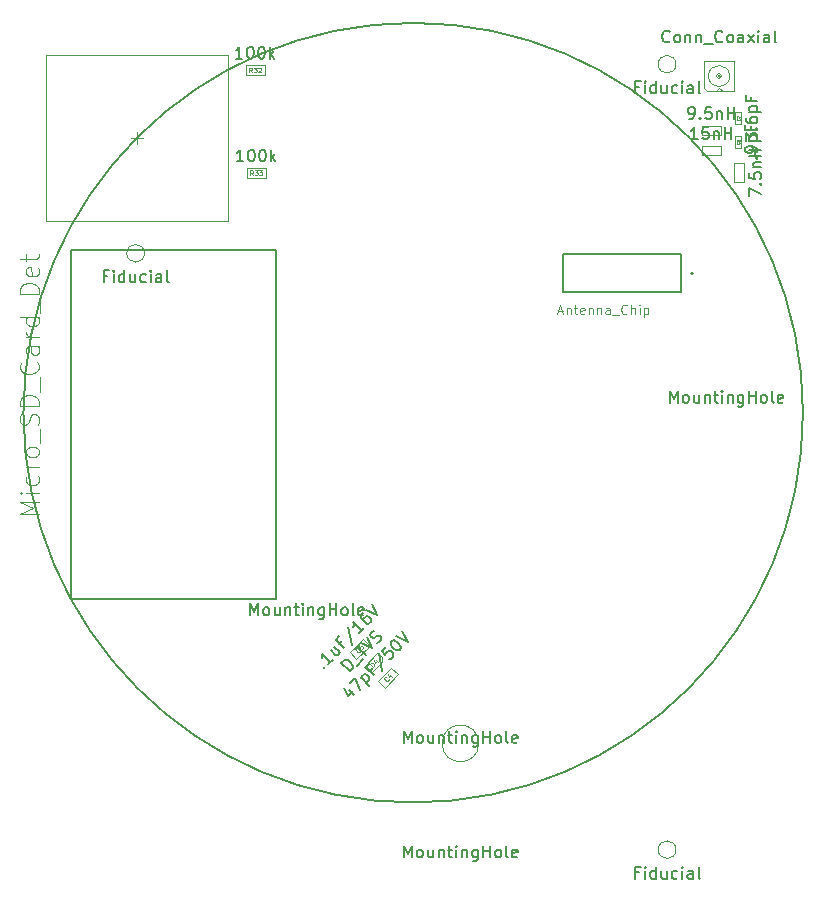
<source format=gbr>
G04 #@! TF.GenerationSoftware,KiCad,Pcbnew,6.0.0+dfsg1-2*
G04 #@! TF.CreationDate,2022-02-08T13:12:28-05:00*
G04 #@! TF.ProjectId,RUSP_Daughterboard,52555350-5f44-4617-9567-68746572626f,rev?*
G04 #@! TF.SameCoordinates,Original*
G04 #@! TF.FileFunction,AssemblyDrawing,Top*
%FSLAX46Y46*%
G04 Gerber Fmt 4.6, Leading zero omitted, Abs format (unit mm)*
G04 Created by KiCad (PCBNEW 6.0.0+dfsg1-2) date 2022-02-08 13:12:28*
%MOMM*%
%LPD*%
G01*
G04 APERTURE LIST*
%ADD10C,0.200000*%
%ADD11C,0.150000*%
%ADD12C,0.060000*%
%ADD13C,0.015000*%
%ADD14C,0.040000*%
%ADD15C,0.100000*%
%ADD16C,0.120000*%
%ADD17C,0.127000*%
G04 APERTURE END LIST*
D10*
X183000000Y-100000000D02*
G75*
G03*
X183000000Y-100000000I-33000000J0D01*
G01*
D11*
X135628571Y-78722380D02*
X135057142Y-78722380D01*
X135342857Y-78722380D02*
X135342857Y-77722380D01*
X135247619Y-77865238D01*
X135152380Y-77960476D01*
X135057142Y-78008095D01*
X136247619Y-77722380D02*
X136342857Y-77722380D01*
X136438095Y-77770000D01*
X136485714Y-77817619D01*
X136533333Y-77912857D01*
X136580952Y-78103333D01*
X136580952Y-78341428D01*
X136533333Y-78531904D01*
X136485714Y-78627142D01*
X136438095Y-78674761D01*
X136342857Y-78722380D01*
X136247619Y-78722380D01*
X136152380Y-78674761D01*
X136104761Y-78627142D01*
X136057142Y-78531904D01*
X136009523Y-78341428D01*
X136009523Y-78103333D01*
X136057142Y-77912857D01*
X136104761Y-77817619D01*
X136152380Y-77770000D01*
X136247619Y-77722380D01*
X137200000Y-77722380D02*
X137295238Y-77722380D01*
X137390476Y-77770000D01*
X137438095Y-77817619D01*
X137485714Y-77912857D01*
X137533333Y-78103333D01*
X137533333Y-78341428D01*
X137485714Y-78531904D01*
X137438095Y-78627142D01*
X137390476Y-78674761D01*
X137295238Y-78722380D01*
X137200000Y-78722380D01*
X137104761Y-78674761D01*
X137057142Y-78627142D01*
X137009523Y-78531904D01*
X136961904Y-78341428D01*
X136961904Y-78103333D01*
X137009523Y-77912857D01*
X137057142Y-77817619D01*
X137104761Y-77770000D01*
X137200000Y-77722380D01*
X137961904Y-78722380D02*
X137961904Y-77722380D01*
X138057142Y-78341428D02*
X138342857Y-78722380D01*
X138342857Y-78055714D02*
X137961904Y-78436666D01*
D12*
X136442857Y-79880952D02*
X136309523Y-79690476D01*
X136214285Y-79880952D02*
X136214285Y-79480952D01*
X136366666Y-79480952D01*
X136404761Y-79500000D01*
X136423809Y-79519047D01*
X136442857Y-79557142D01*
X136442857Y-79614285D01*
X136423809Y-79652380D01*
X136404761Y-79671428D01*
X136366666Y-79690476D01*
X136214285Y-79690476D01*
X136576190Y-79480952D02*
X136823809Y-79480952D01*
X136690476Y-79633333D01*
X136747619Y-79633333D01*
X136785714Y-79652380D01*
X136804761Y-79671428D01*
X136823809Y-79709523D01*
X136823809Y-79804761D01*
X136804761Y-79842857D01*
X136785714Y-79861904D01*
X136747619Y-79880952D01*
X136633333Y-79880952D01*
X136595238Y-79861904D01*
X136576190Y-79842857D01*
X136957142Y-79480952D02*
X137204761Y-79480952D01*
X137071428Y-79633333D01*
X137128571Y-79633333D01*
X137166666Y-79652380D01*
X137185714Y-79671428D01*
X137204761Y-79709523D01*
X137204761Y-79804761D01*
X137185714Y-79842857D01*
X137166666Y-79861904D01*
X137128571Y-79880952D01*
X137014285Y-79880952D01*
X136976190Y-79861904D01*
X136957142Y-79842857D01*
D11*
X135543571Y-70022380D02*
X134972142Y-70022380D01*
X135257857Y-70022380D02*
X135257857Y-69022380D01*
X135162619Y-69165238D01*
X135067380Y-69260476D01*
X134972142Y-69308095D01*
X136162619Y-69022380D02*
X136257857Y-69022380D01*
X136353095Y-69070000D01*
X136400714Y-69117619D01*
X136448333Y-69212857D01*
X136495952Y-69403333D01*
X136495952Y-69641428D01*
X136448333Y-69831904D01*
X136400714Y-69927142D01*
X136353095Y-69974761D01*
X136257857Y-70022380D01*
X136162619Y-70022380D01*
X136067380Y-69974761D01*
X136019761Y-69927142D01*
X135972142Y-69831904D01*
X135924523Y-69641428D01*
X135924523Y-69403333D01*
X135972142Y-69212857D01*
X136019761Y-69117619D01*
X136067380Y-69070000D01*
X136162619Y-69022380D01*
X137115000Y-69022380D02*
X137210238Y-69022380D01*
X137305476Y-69070000D01*
X137353095Y-69117619D01*
X137400714Y-69212857D01*
X137448333Y-69403333D01*
X137448333Y-69641428D01*
X137400714Y-69831904D01*
X137353095Y-69927142D01*
X137305476Y-69974761D01*
X137210238Y-70022380D01*
X137115000Y-70022380D01*
X137019761Y-69974761D01*
X136972142Y-69927142D01*
X136924523Y-69831904D01*
X136876904Y-69641428D01*
X136876904Y-69403333D01*
X136924523Y-69212857D01*
X136972142Y-69117619D01*
X137019761Y-69070000D01*
X137115000Y-69022380D01*
X137876904Y-70022380D02*
X137876904Y-69022380D01*
X137972142Y-69641428D02*
X138257857Y-70022380D01*
X138257857Y-69355714D02*
X137876904Y-69736666D01*
D12*
X136357857Y-71180952D02*
X136224523Y-70990476D01*
X136129285Y-71180952D02*
X136129285Y-70780952D01*
X136281666Y-70780952D01*
X136319761Y-70800000D01*
X136338809Y-70819047D01*
X136357857Y-70857142D01*
X136357857Y-70914285D01*
X136338809Y-70952380D01*
X136319761Y-70971428D01*
X136281666Y-70990476D01*
X136129285Y-70990476D01*
X136491190Y-70780952D02*
X136738809Y-70780952D01*
X136605476Y-70933333D01*
X136662619Y-70933333D01*
X136700714Y-70952380D01*
X136719761Y-70971428D01*
X136738809Y-71009523D01*
X136738809Y-71104761D01*
X136719761Y-71142857D01*
X136700714Y-71161904D01*
X136662619Y-71180952D01*
X136548333Y-71180952D01*
X136510238Y-71161904D01*
X136491190Y-71142857D01*
X136891190Y-70819047D02*
X136910238Y-70800000D01*
X136948333Y-70780952D01*
X137043571Y-70780952D01*
X137081666Y-70800000D01*
X137100714Y-70819047D01*
X137119761Y-70857142D01*
X137119761Y-70895238D01*
X137100714Y-70952380D01*
X136872142Y-71180952D01*
X137119761Y-71180952D01*
D11*
X144635012Y-121882424D02*
X143927905Y-121175317D01*
X144096264Y-121006959D01*
X144230951Y-120939615D01*
X144365638Y-120939615D01*
X144466653Y-120973287D01*
X144635012Y-121074302D01*
X144736027Y-121175317D01*
X144837043Y-121343676D01*
X144870714Y-121444691D01*
X144870714Y-121579378D01*
X144803371Y-121714065D01*
X144635012Y-121882424D01*
X145241104Y-121411020D02*
X145779852Y-120872272D01*
X145072745Y-120030478D02*
X145476806Y-119626417D01*
X145981882Y-120535554D02*
X145274775Y-119828447D01*
X145611493Y-119491730D02*
X146554302Y-119963134D01*
X146082898Y-119020325D01*
X146958363Y-119491730D02*
X147093050Y-119424386D01*
X147261409Y-119256027D01*
X147295081Y-119155012D01*
X147295081Y-119087669D01*
X147261409Y-118986653D01*
X147194065Y-118919310D01*
X147093050Y-118885638D01*
X147025707Y-118885638D01*
X146924691Y-118919310D01*
X146756333Y-119020325D01*
X146655317Y-119053997D01*
X146587974Y-119053997D01*
X146486959Y-119020325D01*
X146419615Y-118952982D01*
X146385943Y-118851966D01*
X146385943Y-118784623D01*
X146419615Y-118683608D01*
X146587974Y-118515249D01*
X146722661Y-118447905D01*
D12*
X146609187Y-121546717D02*
X146326345Y-121263874D01*
X146393688Y-121196531D01*
X146447563Y-121169593D01*
X146501438Y-121169593D01*
X146541844Y-121183062D01*
X146609187Y-121223468D01*
X146649593Y-121263874D01*
X146690000Y-121331218D01*
X146703468Y-121371624D01*
X146703468Y-121425499D01*
X146676531Y-121479374D01*
X146609187Y-121546717D01*
X146824687Y-120954094D02*
X147013248Y-121142656D01*
X146649593Y-120913688D02*
X146784280Y-121183062D01*
X146959374Y-121007969D01*
D11*
X142414860Y-121547890D02*
X142482203Y-121547890D01*
X142482203Y-121615233D01*
X142414860Y-121615233D01*
X142414860Y-121547890D01*
X142482203Y-121615233D01*
X143189310Y-120908126D02*
X142785249Y-121312187D01*
X142987279Y-121110157D02*
X142280173Y-120403050D01*
X142313844Y-120571409D01*
X142313844Y-120706096D01*
X142280173Y-120807111D01*
X143323997Y-119830630D02*
X143795401Y-120302035D01*
X143020951Y-120133676D02*
X143391340Y-120504065D01*
X143492356Y-120537737D01*
X143593371Y-120504065D01*
X143694386Y-120403050D01*
X143728058Y-120302035D01*
X143728058Y-120234691D01*
X143997432Y-119359226D02*
X143761730Y-119594928D01*
X144132119Y-119965317D02*
X143425012Y-119258211D01*
X143761730Y-118921493D01*
X144502508Y-118113371D02*
X144805554Y-119628600D01*
X145849378Y-118248058D02*
X145445317Y-118652119D01*
X145647348Y-118450088D02*
X144940241Y-117742982D01*
X144973913Y-117911340D01*
X144973913Y-118046027D01*
X144940241Y-118147043D01*
X145748363Y-116934860D02*
X145613676Y-117069547D01*
X145580004Y-117170562D01*
X145580004Y-117237905D01*
X145613676Y-117406264D01*
X145714691Y-117574623D01*
X145984065Y-117843997D01*
X146085081Y-117877669D01*
X146152424Y-117877669D01*
X146253439Y-117843997D01*
X146388126Y-117709310D01*
X146421798Y-117608295D01*
X146421798Y-117540951D01*
X146388126Y-117439936D01*
X146219768Y-117271577D01*
X146118752Y-117237905D01*
X146051409Y-117237905D01*
X145950394Y-117271577D01*
X145815707Y-117406264D01*
X145782035Y-117507279D01*
X145782035Y-117574623D01*
X145815707Y-117675638D01*
X146017737Y-116665486D02*
X146960546Y-117136890D01*
X146489142Y-116194081D01*
D12*
X145533874Y-120148155D02*
X145533874Y-120175093D01*
X145506937Y-120228967D01*
X145480000Y-120255905D01*
X145426125Y-120282842D01*
X145372250Y-120282842D01*
X145331844Y-120269374D01*
X145264500Y-120228967D01*
X145224094Y-120188561D01*
X145183688Y-120121218D01*
X145170219Y-120080812D01*
X145170219Y-120026937D01*
X145197157Y-119973062D01*
X145224094Y-119946125D01*
X145277969Y-119919187D01*
X145304906Y-119919187D01*
X145533874Y-119636345D02*
X145399187Y-119771032D01*
X145520406Y-119919187D01*
X145520406Y-119892250D01*
X145533874Y-119851844D01*
X145601218Y-119784500D01*
X145641624Y-119771032D01*
X145668561Y-119771032D01*
X145708967Y-119784500D01*
X145776311Y-119851844D01*
X145789780Y-119892250D01*
X145789780Y-119919187D01*
X145776311Y-119959593D01*
X145708967Y-120026937D01*
X145668561Y-120040406D01*
X145641624Y-120040406D01*
D11*
X144545486Y-123439142D02*
X145016890Y-123910546D01*
X144107753Y-123338126D02*
X144444470Y-124011561D01*
X144882203Y-123573829D01*
X144612829Y-122900394D02*
X145084234Y-122428989D01*
X145488295Y-123439142D01*
X145589310Y-122395317D02*
X146296417Y-123102424D01*
X145622982Y-122428989D02*
X145656653Y-122327974D01*
X145791340Y-122193287D01*
X145892356Y-122159615D01*
X145959699Y-122159615D01*
X146060714Y-122193287D01*
X146262745Y-122395317D01*
X146296417Y-122496333D01*
X146296417Y-122563676D01*
X146262745Y-122664691D01*
X146128058Y-122799378D01*
X146027043Y-122833050D01*
X146565791Y-121620867D02*
X146330088Y-121856569D01*
X146700478Y-122226959D02*
X145993371Y-121519852D01*
X146330088Y-121183134D01*
X147070867Y-120375012D02*
X147373913Y-121890241D01*
X147676959Y-119836264D02*
X147340241Y-120172982D01*
X147643287Y-120543371D01*
X147643287Y-120476027D01*
X147676959Y-120375012D01*
X147845317Y-120206653D01*
X147946333Y-120172982D01*
X148013676Y-120172982D01*
X148114691Y-120206653D01*
X148283050Y-120375012D01*
X148316722Y-120476027D01*
X148316722Y-120543371D01*
X148283050Y-120644386D01*
X148114691Y-120812745D01*
X148013676Y-120846417D01*
X147946333Y-120846417D01*
X148148363Y-119364860D02*
X148215707Y-119297516D01*
X148316722Y-119263844D01*
X148384065Y-119263844D01*
X148485081Y-119297516D01*
X148653439Y-119398531D01*
X148821798Y-119566890D01*
X148922813Y-119735249D01*
X148956485Y-119836264D01*
X148956485Y-119903608D01*
X148922813Y-120004623D01*
X148855470Y-120071966D01*
X148754455Y-120105638D01*
X148687111Y-120105638D01*
X148586096Y-120071966D01*
X148417737Y-119970951D01*
X148249378Y-119802592D01*
X148148363Y-119634234D01*
X148114691Y-119533218D01*
X148114691Y-119465875D01*
X148148363Y-119364860D01*
X148586096Y-118927127D02*
X149528905Y-119398531D01*
X149057500Y-118455722D01*
D12*
X147933874Y-122578155D02*
X147933874Y-122605093D01*
X147906937Y-122658967D01*
X147880000Y-122685905D01*
X147826125Y-122712842D01*
X147772250Y-122712842D01*
X147731844Y-122699374D01*
X147664500Y-122658967D01*
X147624094Y-122618561D01*
X147583688Y-122551218D01*
X147570219Y-122510812D01*
X147570219Y-122456937D01*
X147597157Y-122403062D01*
X147624094Y-122376125D01*
X147677969Y-122349187D01*
X147704906Y-122349187D01*
X148014687Y-122174094D02*
X148203248Y-122362656D01*
X147839593Y-122133688D02*
X147974280Y-122403062D01*
X148149374Y-122227969D01*
D11*
X136214285Y-117152380D02*
X136214285Y-116152380D01*
X136547619Y-116866666D01*
X136880952Y-116152380D01*
X136880952Y-117152380D01*
X137500000Y-117152380D02*
X137404761Y-117104761D01*
X137357142Y-117057142D01*
X137309523Y-116961904D01*
X137309523Y-116676190D01*
X137357142Y-116580952D01*
X137404761Y-116533333D01*
X137500000Y-116485714D01*
X137642857Y-116485714D01*
X137738095Y-116533333D01*
X137785714Y-116580952D01*
X137833333Y-116676190D01*
X137833333Y-116961904D01*
X137785714Y-117057142D01*
X137738095Y-117104761D01*
X137642857Y-117152380D01*
X137500000Y-117152380D01*
X138690476Y-116485714D02*
X138690476Y-117152380D01*
X138261904Y-116485714D02*
X138261904Y-117009523D01*
X138309523Y-117104761D01*
X138404761Y-117152380D01*
X138547619Y-117152380D01*
X138642857Y-117104761D01*
X138690476Y-117057142D01*
X139166666Y-116485714D02*
X139166666Y-117152380D01*
X139166666Y-116580952D02*
X139214285Y-116533333D01*
X139309523Y-116485714D01*
X139452380Y-116485714D01*
X139547619Y-116533333D01*
X139595238Y-116628571D01*
X139595238Y-117152380D01*
X139928571Y-116485714D02*
X140309523Y-116485714D01*
X140071428Y-116152380D02*
X140071428Y-117009523D01*
X140119047Y-117104761D01*
X140214285Y-117152380D01*
X140309523Y-117152380D01*
X140642857Y-117152380D02*
X140642857Y-116485714D01*
X140642857Y-116152380D02*
X140595238Y-116200000D01*
X140642857Y-116247619D01*
X140690476Y-116200000D01*
X140642857Y-116152380D01*
X140642857Y-116247619D01*
X141119047Y-116485714D02*
X141119047Y-117152380D01*
X141119047Y-116580952D02*
X141166666Y-116533333D01*
X141261904Y-116485714D01*
X141404761Y-116485714D01*
X141500000Y-116533333D01*
X141547619Y-116628571D01*
X141547619Y-117152380D01*
X142452380Y-116485714D02*
X142452380Y-117295238D01*
X142404761Y-117390476D01*
X142357142Y-117438095D01*
X142261904Y-117485714D01*
X142119047Y-117485714D01*
X142023809Y-117438095D01*
X142452380Y-117104761D02*
X142357142Y-117152380D01*
X142166666Y-117152380D01*
X142071428Y-117104761D01*
X142023809Y-117057142D01*
X141976190Y-116961904D01*
X141976190Y-116676190D01*
X142023809Y-116580952D01*
X142071428Y-116533333D01*
X142166666Y-116485714D01*
X142357142Y-116485714D01*
X142452380Y-116533333D01*
X142928571Y-117152380D02*
X142928571Y-116152380D01*
X142928571Y-116628571D02*
X143500000Y-116628571D01*
X143500000Y-117152380D02*
X143500000Y-116152380D01*
X144119047Y-117152380D02*
X144023809Y-117104761D01*
X143976190Y-117057142D01*
X143928571Y-116961904D01*
X143928571Y-116676190D01*
X143976190Y-116580952D01*
X144023809Y-116533333D01*
X144119047Y-116485714D01*
X144261904Y-116485714D01*
X144357142Y-116533333D01*
X144404761Y-116580952D01*
X144452380Y-116676190D01*
X144452380Y-116961904D01*
X144404761Y-117057142D01*
X144357142Y-117104761D01*
X144261904Y-117152380D01*
X144119047Y-117152380D01*
X145023809Y-117152380D02*
X144928571Y-117104761D01*
X144880952Y-117009523D01*
X144880952Y-116152380D01*
X145785714Y-117104761D02*
X145690476Y-117152380D01*
X145500000Y-117152380D01*
X145404761Y-117104761D01*
X145357142Y-117009523D01*
X145357142Y-116628571D01*
X145404761Y-116533333D01*
X145500000Y-116485714D01*
X145690476Y-116485714D01*
X145785714Y-116533333D01*
X145833333Y-116628571D01*
X145833333Y-116723809D01*
X145357142Y-116819047D01*
X169119047Y-72428571D02*
X168785714Y-72428571D01*
X168785714Y-72952380D02*
X168785714Y-71952380D01*
X169261904Y-71952380D01*
X169642857Y-72952380D02*
X169642857Y-72285714D01*
X169642857Y-71952380D02*
X169595238Y-72000000D01*
X169642857Y-72047619D01*
X169690476Y-72000000D01*
X169642857Y-71952380D01*
X169642857Y-72047619D01*
X170547619Y-72952380D02*
X170547619Y-71952380D01*
X170547619Y-72904761D02*
X170452380Y-72952380D01*
X170261904Y-72952380D01*
X170166666Y-72904761D01*
X170119047Y-72857142D01*
X170071428Y-72761904D01*
X170071428Y-72476190D01*
X170119047Y-72380952D01*
X170166666Y-72333333D01*
X170261904Y-72285714D01*
X170452380Y-72285714D01*
X170547619Y-72333333D01*
X171452380Y-72285714D02*
X171452380Y-72952380D01*
X171023809Y-72285714D02*
X171023809Y-72809523D01*
X171071428Y-72904761D01*
X171166666Y-72952380D01*
X171309523Y-72952380D01*
X171404761Y-72904761D01*
X171452380Y-72857142D01*
X172357142Y-72904761D02*
X172261904Y-72952380D01*
X172071428Y-72952380D01*
X171976190Y-72904761D01*
X171928571Y-72857142D01*
X171880952Y-72761904D01*
X171880952Y-72476190D01*
X171928571Y-72380952D01*
X171976190Y-72333333D01*
X172071428Y-72285714D01*
X172261904Y-72285714D01*
X172357142Y-72333333D01*
X172785714Y-72952380D02*
X172785714Y-72285714D01*
X172785714Y-71952380D02*
X172738095Y-72000000D01*
X172785714Y-72047619D01*
X172833333Y-72000000D01*
X172785714Y-71952380D01*
X172785714Y-72047619D01*
X173690476Y-72952380D02*
X173690476Y-72428571D01*
X173642857Y-72333333D01*
X173547619Y-72285714D01*
X173357142Y-72285714D01*
X173261904Y-72333333D01*
X173690476Y-72904761D02*
X173595238Y-72952380D01*
X173357142Y-72952380D01*
X173261904Y-72904761D01*
X173214285Y-72809523D01*
X173214285Y-72714285D01*
X173261904Y-72619047D01*
X173357142Y-72571428D01*
X173595238Y-72571428D01*
X173690476Y-72523809D01*
X174309523Y-72952380D02*
X174214285Y-72904761D01*
X174166666Y-72809523D01*
X174166666Y-71952380D01*
X124119047Y-88428571D02*
X123785714Y-88428571D01*
X123785714Y-88952380D02*
X123785714Y-87952380D01*
X124261904Y-87952380D01*
X124642857Y-88952380D02*
X124642857Y-88285714D01*
X124642857Y-87952380D02*
X124595238Y-88000000D01*
X124642857Y-88047619D01*
X124690476Y-88000000D01*
X124642857Y-87952380D01*
X124642857Y-88047619D01*
X125547619Y-88952380D02*
X125547619Y-87952380D01*
X125547619Y-88904761D02*
X125452380Y-88952380D01*
X125261904Y-88952380D01*
X125166666Y-88904761D01*
X125119047Y-88857142D01*
X125071428Y-88761904D01*
X125071428Y-88476190D01*
X125119047Y-88380952D01*
X125166666Y-88333333D01*
X125261904Y-88285714D01*
X125452380Y-88285714D01*
X125547619Y-88333333D01*
X126452380Y-88285714D02*
X126452380Y-88952380D01*
X126023809Y-88285714D02*
X126023809Y-88809523D01*
X126071428Y-88904761D01*
X126166666Y-88952380D01*
X126309523Y-88952380D01*
X126404761Y-88904761D01*
X126452380Y-88857142D01*
X127357142Y-88904761D02*
X127261904Y-88952380D01*
X127071428Y-88952380D01*
X126976190Y-88904761D01*
X126928571Y-88857142D01*
X126880952Y-88761904D01*
X126880952Y-88476190D01*
X126928571Y-88380952D01*
X126976190Y-88333333D01*
X127071428Y-88285714D01*
X127261904Y-88285714D01*
X127357142Y-88333333D01*
X127785714Y-88952380D02*
X127785714Y-88285714D01*
X127785714Y-87952380D02*
X127738095Y-88000000D01*
X127785714Y-88047619D01*
X127833333Y-88000000D01*
X127785714Y-87952380D01*
X127785714Y-88047619D01*
X128690476Y-88952380D02*
X128690476Y-88428571D01*
X128642857Y-88333333D01*
X128547619Y-88285714D01*
X128357142Y-88285714D01*
X128261904Y-88333333D01*
X128690476Y-88904761D02*
X128595238Y-88952380D01*
X128357142Y-88952380D01*
X128261904Y-88904761D01*
X128214285Y-88809523D01*
X128214285Y-88714285D01*
X128261904Y-88619047D01*
X128357142Y-88571428D01*
X128595238Y-88571428D01*
X128690476Y-88523809D01*
X129309523Y-88952380D02*
X129214285Y-88904761D01*
X129166666Y-88809523D01*
X129166666Y-87952380D01*
D13*
X118287414Y-108602474D02*
X116686949Y-108602474D01*
X117830139Y-108068986D01*
X116686949Y-107535497D01*
X118287414Y-107535497D01*
X118287414Y-106773371D02*
X117220438Y-106773371D01*
X116686949Y-106773371D02*
X116763162Y-106849584D01*
X116839375Y-106773371D01*
X116763162Y-106697159D01*
X116686949Y-106773371D01*
X116839375Y-106773371D01*
X118211202Y-105325331D02*
X118287414Y-105477757D01*
X118287414Y-105782607D01*
X118211202Y-105935032D01*
X118134989Y-106011245D01*
X117982564Y-106087458D01*
X117525288Y-106087458D01*
X117372863Y-106011245D01*
X117296650Y-105935032D01*
X117220438Y-105782607D01*
X117220438Y-105477757D01*
X117296650Y-105325331D01*
X118287414Y-104639418D02*
X117220438Y-104639418D01*
X117525288Y-104639418D02*
X117372863Y-104563205D01*
X117296650Y-104486993D01*
X117220438Y-104334567D01*
X117220438Y-104182142D01*
X118287414Y-103420016D02*
X118211202Y-103572441D01*
X118134989Y-103648654D01*
X117982564Y-103724866D01*
X117525288Y-103724866D01*
X117372863Y-103648654D01*
X117296650Y-103572441D01*
X117220438Y-103420016D01*
X117220438Y-103191378D01*
X117296650Y-103038953D01*
X117372863Y-102962740D01*
X117525288Y-102886528D01*
X117982564Y-102886528D01*
X118134989Y-102962740D01*
X118211202Y-103038953D01*
X118287414Y-103191378D01*
X118287414Y-103420016D01*
X118439840Y-102581677D02*
X118439840Y-101362275D01*
X118211202Y-101057425D02*
X118287414Y-100828787D01*
X118287414Y-100447724D01*
X118211202Y-100295299D01*
X118134989Y-100219086D01*
X117982564Y-100142873D01*
X117830139Y-100142873D01*
X117677713Y-100219086D01*
X117601501Y-100295299D01*
X117525288Y-100447724D01*
X117449076Y-100752574D01*
X117372863Y-100905000D01*
X117296650Y-100981212D01*
X117144225Y-101057425D01*
X116991800Y-101057425D01*
X116839375Y-100981212D01*
X116763162Y-100905000D01*
X116686949Y-100752574D01*
X116686949Y-100371511D01*
X116763162Y-100142873D01*
X118287414Y-99456960D02*
X116686949Y-99456960D01*
X116686949Y-99075897D01*
X116763162Y-98847259D01*
X116915587Y-98694834D01*
X117068012Y-98618621D01*
X117372863Y-98542408D01*
X117601501Y-98542408D01*
X117906351Y-98618621D01*
X118058777Y-98694834D01*
X118211202Y-98847259D01*
X118287414Y-99075897D01*
X118287414Y-99456960D01*
X118439840Y-98237558D02*
X118439840Y-97018156D01*
X118134989Y-95722541D02*
X118211202Y-95798754D01*
X118287414Y-96027392D01*
X118287414Y-96179817D01*
X118211202Y-96408455D01*
X118058777Y-96560880D01*
X117906351Y-96637093D01*
X117601501Y-96713305D01*
X117372863Y-96713305D01*
X117068012Y-96637093D01*
X116915587Y-96560880D01*
X116763162Y-96408455D01*
X116686949Y-96179817D01*
X116686949Y-96027392D01*
X116763162Y-95798754D01*
X116839375Y-95722541D01*
X118287414Y-94350714D02*
X117449076Y-94350714D01*
X117296650Y-94426927D01*
X117220438Y-94579352D01*
X117220438Y-94884203D01*
X117296650Y-95036628D01*
X118211202Y-94350714D02*
X118287414Y-94503140D01*
X118287414Y-94884203D01*
X118211202Y-95036628D01*
X118058777Y-95112840D01*
X117906351Y-95112840D01*
X117753926Y-95036628D01*
X117677713Y-94884203D01*
X117677713Y-94503140D01*
X117601501Y-94350714D01*
X118287414Y-93588588D02*
X117220438Y-93588588D01*
X117525288Y-93588588D02*
X117372863Y-93512375D01*
X117296650Y-93436163D01*
X117220438Y-93283738D01*
X117220438Y-93131312D01*
X118287414Y-91911910D02*
X116686949Y-91911910D01*
X118211202Y-91911910D02*
X118287414Y-92064336D01*
X118287414Y-92369186D01*
X118211202Y-92521611D01*
X118134989Y-92597824D01*
X117982564Y-92674037D01*
X117525288Y-92674037D01*
X117372863Y-92597824D01*
X117296650Y-92521611D01*
X117220438Y-92369186D01*
X117220438Y-92064336D01*
X117296650Y-91911910D01*
X118439840Y-91530847D02*
X118439840Y-90311445D01*
X118287414Y-89930382D02*
X116686949Y-89930382D01*
X116686949Y-89549319D01*
X116763162Y-89320681D01*
X116915587Y-89168256D01*
X117068012Y-89092044D01*
X117372863Y-89015831D01*
X117601501Y-89015831D01*
X117906351Y-89092044D01*
X118058777Y-89168256D01*
X118211202Y-89320681D01*
X118287414Y-89549319D01*
X118287414Y-89930382D01*
X118211202Y-87720216D02*
X118287414Y-87872642D01*
X118287414Y-88177492D01*
X118211202Y-88329917D01*
X118058777Y-88406130D01*
X117449076Y-88406130D01*
X117296650Y-88329917D01*
X117220438Y-88177492D01*
X117220438Y-87872642D01*
X117296650Y-87720216D01*
X117449076Y-87644004D01*
X117601501Y-87644004D01*
X117753926Y-88406130D01*
X117220438Y-87186728D02*
X117220438Y-86577027D01*
X116686949Y-86958090D02*
X118058777Y-86958090D01*
X118211202Y-86881878D01*
X118287414Y-86729452D01*
X118287414Y-86577027D01*
D11*
X171714285Y-99152380D02*
X171714285Y-98152380D01*
X172047619Y-98866666D01*
X172380952Y-98152380D01*
X172380952Y-99152380D01*
X173000000Y-99152380D02*
X172904761Y-99104761D01*
X172857142Y-99057142D01*
X172809523Y-98961904D01*
X172809523Y-98676190D01*
X172857142Y-98580952D01*
X172904761Y-98533333D01*
X173000000Y-98485714D01*
X173142857Y-98485714D01*
X173238095Y-98533333D01*
X173285714Y-98580952D01*
X173333333Y-98676190D01*
X173333333Y-98961904D01*
X173285714Y-99057142D01*
X173238095Y-99104761D01*
X173142857Y-99152380D01*
X173000000Y-99152380D01*
X174190476Y-98485714D02*
X174190476Y-99152380D01*
X173761904Y-98485714D02*
X173761904Y-99009523D01*
X173809523Y-99104761D01*
X173904761Y-99152380D01*
X174047619Y-99152380D01*
X174142857Y-99104761D01*
X174190476Y-99057142D01*
X174666666Y-98485714D02*
X174666666Y-99152380D01*
X174666666Y-98580952D02*
X174714285Y-98533333D01*
X174809523Y-98485714D01*
X174952380Y-98485714D01*
X175047619Y-98533333D01*
X175095238Y-98628571D01*
X175095238Y-99152380D01*
X175428571Y-98485714D02*
X175809523Y-98485714D01*
X175571428Y-98152380D02*
X175571428Y-99009523D01*
X175619047Y-99104761D01*
X175714285Y-99152380D01*
X175809523Y-99152380D01*
X176142857Y-99152380D02*
X176142857Y-98485714D01*
X176142857Y-98152380D02*
X176095238Y-98200000D01*
X176142857Y-98247619D01*
X176190476Y-98200000D01*
X176142857Y-98152380D01*
X176142857Y-98247619D01*
X176619047Y-98485714D02*
X176619047Y-99152380D01*
X176619047Y-98580952D02*
X176666666Y-98533333D01*
X176761904Y-98485714D01*
X176904761Y-98485714D01*
X177000000Y-98533333D01*
X177047619Y-98628571D01*
X177047619Y-99152380D01*
X177952380Y-98485714D02*
X177952380Y-99295238D01*
X177904761Y-99390476D01*
X177857142Y-99438095D01*
X177761904Y-99485714D01*
X177619047Y-99485714D01*
X177523809Y-99438095D01*
X177952380Y-99104761D02*
X177857142Y-99152380D01*
X177666666Y-99152380D01*
X177571428Y-99104761D01*
X177523809Y-99057142D01*
X177476190Y-98961904D01*
X177476190Y-98676190D01*
X177523809Y-98580952D01*
X177571428Y-98533333D01*
X177666666Y-98485714D01*
X177857142Y-98485714D01*
X177952380Y-98533333D01*
X178428571Y-99152380D02*
X178428571Y-98152380D01*
X178428571Y-98628571D02*
X179000000Y-98628571D01*
X179000000Y-99152380D02*
X179000000Y-98152380D01*
X179619047Y-99152380D02*
X179523809Y-99104761D01*
X179476190Y-99057142D01*
X179428571Y-98961904D01*
X179428571Y-98676190D01*
X179476190Y-98580952D01*
X179523809Y-98533333D01*
X179619047Y-98485714D01*
X179761904Y-98485714D01*
X179857142Y-98533333D01*
X179904761Y-98580952D01*
X179952380Y-98676190D01*
X179952380Y-98961904D01*
X179904761Y-99057142D01*
X179857142Y-99104761D01*
X179761904Y-99152380D01*
X179619047Y-99152380D01*
X180523809Y-99152380D02*
X180428571Y-99104761D01*
X180380952Y-99009523D01*
X180380952Y-98152380D01*
X181285714Y-99104761D02*
X181190476Y-99152380D01*
X181000000Y-99152380D01*
X180904761Y-99104761D01*
X180857142Y-99009523D01*
X180857142Y-98628571D01*
X180904761Y-98533333D01*
X181000000Y-98485714D01*
X181190476Y-98485714D01*
X181285714Y-98533333D01*
X181333333Y-98628571D01*
X181333333Y-98723809D01*
X180857142Y-98819047D01*
X149214285Y-127952380D02*
X149214285Y-126952380D01*
X149547619Y-127666666D01*
X149880952Y-126952380D01*
X149880952Y-127952380D01*
X150500000Y-127952380D02*
X150404761Y-127904761D01*
X150357142Y-127857142D01*
X150309523Y-127761904D01*
X150309523Y-127476190D01*
X150357142Y-127380952D01*
X150404761Y-127333333D01*
X150500000Y-127285714D01*
X150642857Y-127285714D01*
X150738095Y-127333333D01*
X150785714Y-127380952D01*
X150833333Y-127476190D01*
X150833333Y-127761904D01*
X150785714Y-127857142D01*
X150738095Y-127904761D01*
X150642857Y-127952380D01*
X150500000Y-127952380D01*
X151690476Y-127285714D02*
X151690476Y-127952380D01*
X151261904Y-127285714D02*
X151261904Y-127809523D01*
X151309523Y-127904761D01*
X151404761Y-127952380D01*
X151547619Y-127952380D01*
X151642857Y-127904761D01*
X151690476Y-127857142D01*
X152166666Y-127285714D02*
X152166666Y-127952380D01*
X152166666Y-127380952D02*
X152214285Y-127333333D01*
X152309523Y-127285714D01*
X152452380Y-127285714D01*
X152547619Y-127333333D01*
X152595238Y-127428571D01*
X152595238Y-127952380D01*
X152928571Y-127285714D02*
X153309523Y-127285714D01*
X153071428Y-126952380D02*
X153071428Y-127809523D01*
X153119047Y-127904761D01*
X153214285Y-127952380D01*
X153309523Y-127952380D01*
X153642857Y-127952380D02*
X153642857Y-127285714D01*
X153642857Y-126952380D02*
X153595238Y-127000000D01*
X153642857Y-127047619D01*
X153690476Y-127000000D01*
X153642857Y-126952380D01*
X153642857Y-127047619D01*
X154119047Y-127285714D02*
X154119047Y-127952380D01*
X154119047Y-127380952D02*
X154166666Y-127333333D01*
X154261904Y-127285714D01*
X154404761Y-127285714D01*
X154500000Y-127333333D01*
X154547619Y-127428571D01*
X154547619Y-127952380D01*
X155452380Y-127285714D02*
X155452380Y-128095238D01*
X155404761Y-128190476D01*
X155357142Y-128238095D01*
X155261904Y-128285714D01*
X155119047Y-128285714D01*
X155023809Y-128238095D01*
X155452380Y-127904761D02*
X155357142Y-127952380D01*
X155166666Y-127952380D01*
X155071428Y-127904761D01*
X155023809Y-127857142D01*
X154976190Y-127761904D01*
X154976190Y-127476190D01*
X155023809Y-127380952D01*
X155071428Y-127333333D01*
X155166666Y-127285714D01*
X155357142Y-127285714D01*
X155452380Y-127333333D01*
X155928571Y-127952380D02*
X155928571Y-126952380D01*
X155928571Y-127428571D02*
X156500000Y-127428571D01*
X156500000Y-127952380D02*
X156500000Y-126952380D01*
X157119047Y-127952380D02*
X157023809Y-127904761D01*
X156976190Y-127857142D01*
X156928571Y-127761904D01*
X156928571Y-127476190D01*
X156976190Y-127380952D01*
X157023809Y-127333333D01*
X157119047Y-127285714D01*
X157261904Y-127285714D01*
X157357142Y-127333333D01*
X157404761Y-127380952D01*
X157452380Y-127476190D01*
X157452380Y-127761904D01*
X157404761Y-127857142D01*
X157357142Y-127904761D01*
X157261904Y-127952380D01*
X157119047Y-127952380D01*
X158023809Y-127952380D02*
X157928571Y-127904761D01*
X157880952Y-127809523D01*
X157880952Y-126952380D01*
X158785714Y-127904761D02*
X158690476Y-127952380D01*
X158500000Y-127952380D01*
X158404761Y-127904761D01*
X158357142Y-127809523D01*
X158357142Y-127428571D01*
X158404761Y-127333333D01*
X158500000Y-127285714D01*
X158690476Y-127285714D01*
X158785714Y-127333333D01*
X158833333Y-127428571D01*
X158833333Y-127523809D01*
X158357142Y-127619047D01*
X149214285Y-137652380D02*
X149214285Y-136652380D01*
X149547619Y-137366666D01*
X149880952Y-136652380D01*
X149880952Y-137652380D01*
X150500000Y-137652380D02*
X150404761Y-137604761D01*
X150357142Y-137557142D01*
X150309523Y-137461904D01*
X150309523Y-137176190D01*
X150357142Y-137080952D01*
X150404761Y-137033333D01*
X150500000Y-136985714D01*
X150642857Y-136985714D01*
X150738095Y-137033333D01*
X150785714Y-137080952D01*
X150833333Y-137176190D01*
X150833333Y-137461904D01*
X150785714Y-137557142D01*
X150738095Y-137604761D01*
X150642857Y-137652380D01*
X150500000Y-137652380D01*
X151690476Y-136985714D02*
X151690476Y-137652380D01*
X151261904Y-136985714D02*
X151261904Y-137509523D01*
X151309523Y-137604761D01*
X151404761Y-137652380D01*
X151547619Y-137652380D01*
X151642857Y-137604761D01*
X151690476Y-137557142D01*
X152166666Y-136985714D02*
X152166666Y-137652380D01*
X152166666Y-137080952D02*
X152214285Y-137033333D01*
X152309523Y-136985714D01*
X152452380Y-136985714D01*
X152547619Y-137033333D01*
X152595238Y-137128571D01*
X152595238Y-137652380D01*
X152928571Y-136985714D02*
X153309523Y-136985714D01*
X153071428Y-136652380D02*
X153071428Y-137509523D01*
X153119047Y-137604761D01*
X153214285Y-137652380D01*
X153309523Y-137652380D01*
X153642857Y-137652380D02*
X153642857Y-136985714D01*
X153642857Y-136652380D02*
X153595238Y-136700000D01*
X153642857Y-136747619D01*
X153690476Y-136700000D01*
X153642857Y-136652380D01*
X153642857Y-136747619D01*
X154119047Y-136985714D02*
X154119047Y-137652380D01*
X154119047Y-137080952D02*
X154166666Y-137033333D01*
X154261904Y-136985714D01*
X154404761Y-136985714D01*
X154500000Y-137033333D01*
X154547619Y-137128571D01*
X154547619Y-137652380D01*
X155452380Y-136985714D02*
X155452380Y-137795238D01*
X155404761Y-137890476D01*
X155357142Y-137938095D01*
X155261904Y-137985714D01*
X155119047Y-137985714D01*
X155023809Y-137938095D01*
X155452380Y-137604761D02*
X155357142Y-137652380D01*
X155166666Y-137652380D01*
X155071428Y-137604761D01*
X155023809Y-137557142D01*
X154976190Y-137461904D01*
X154976190Y-137176190D01*
X155023809Y-137080952D01*
X155071428Y-137033333D01*
X155166666Y-136985714D01*
X155357142Y-136985714D01*
X155452380Y-137033333D01*
X155928571Y-137652380D02*
X155928571Y-136652380D01*
X155928571Y-137128571D02*
X156500000Y-137128571D01*
X156500000Y-137652380D02*
X156500000Y-136652380D01*
X157119047Y-137652380D02*
X157023809Y-137604761D01*
X156976190Y-137557142D01*
X156928571Y-137461904D01*
X156928571Y-137176190D01*
X156976190Y-137080952D01*
X157023809Y-137033333D01*
X157119047Y-136985714D01*
X157261904Y-136985714D01*
X157357142Y-137033333D01*
X157404761Y-137080952D01*
X157452380Y-137176190D01*
X157452380Y-137461904D01*
X157404761Y-137557142D01*
X157357142Y-137604761D01*
X157261904Y-137652380D01*
X157119047Y-137652380D01*
X158023809Y-137652380D02*
X157928571Y-137604761D01*
X157880952Y-137509523D01*
X157880952Y-136652380D01*
X158785714Y-137604761D02*
X158690476Y-137652380D01*
X158500000Y-137652380D01*
X158404761Y-137604761D01*
X158357142Y-137509523D01*
X158357142Y-137128571D01*
X158404761Y-137033333D01*
X158500000Y-136985714D01*
X158690476Y-136985714D01*
X158785714Y-137033333D01*
X158833333Y-137128571D01*
X158833333Y-137223809D01*
X158357142Y-137319047D01*
X169119047Y-138928571D02*
X168785714Y-138928571D01*
X168785714Y-139452380D02*
X168785714Y-138452380D01*
X169261904Y-138452380D01*
X169642857Y-139452380D02*
X169642857Y-138785714D01*
X169642857Y-138452380D02*
X169595238Y-138500000D01*
X169642857Y-138547619D01*
X169690476Y-138500000D01*
X169642857Y-138452380D01*
X169642857Y-138547619D01*
X170547619Y-139452380D02*
X170547619Y-138452380D01*
X170547619Y-139404761D02*
X170452380Y-139452380D01*
X170261904Y-139452380D01*
X170166666Y-139404761D01*
X170119047Y-139357142D01*
X170071428Y-139261904D01*
X170071428Y-138976190D01*
X170119047Y-138880952D01*
X170166666Y-138833333D01*
X170261904Y-138785714D01*
X170452380Y-138785714D01*
X170547619Y-138833333D01*
X171452380Y-138785714D02*
X171452380Y-139452380D01*
X171023809Y-138785714D02*
X171023809Y-139309523D01*
X171071428Y-139404761D01*
X171166666Y-139452380D01*
X171309523Y-139452380D01*
X171404761Y-139404761D01*
X171452380Y-139357142D01*
X172357142Y-139404761D02*
X172261904Y-139452380D01*
X172071428Y-139452380D01*
X171976190Y-139404761D01*
X171928571Y-139357142D01*
X171880952Y-139261904D01*
X171880952Y-138976190D01*
X171928571Y-138880952D01*
X171976190Y-138833333D01*
X172071428Y-138785714D01*
X172261904Y-138785714D01*
X172357142Y-138833333D01*
X172785714Y-139452380D02*
X172785714Y-138785714D01*
X172785714Y-138452380D02*
X172738095Y-138500000D01*
X172785714Y-138547619D01*
X172833333Y-138500000D01*
X172785714Y-138452380D01*
X172785714Y-138547619D01*
X173690476Y-139452380D02*
X173690476Y-138928571D01*
X173642857Y-138833333D01*
X173547619Y-138785714D01*
X173357142Y-138785714D01*
X173261904Y-138833333D01*
X173690476Y-139404761D02*
X173595238Y-139452380D01*
X173357142Y-139452380D01*
X173261904Y-139404761D01*
X173214285Y-139309523D01*
X173214285Y-139214285D01*
X173261904Y-139119047D01*
X173357142Y-139071428D01*
X173595238Y-139071428D01*
X173690476Y-139023809D01*
X174309523Y-139452380D02*
X174214285Y-139404761D01*
X174166666Y-139309523D01*
X174166666Y-138452380D01*
X178142380Y-76978571D02*
X178142380Y-76359523D01*
X178523333Y-76692857D01*
X178523333Y-76550000D01*
X178570952Y-76454761D01*
X178618571Y-76407142D01*
X178713809Y-76359523D01*
X178951904Y-76359523D01*
X179047142Y-76407142D01*
X179094761Y-76454761D01*
X179142380Y-76550000D01*
X179142380Y-76835714D01*
X179094761Y-76930952D01*
X179047142Y-76978571D01*
X179047142Y-75930952D02*
X179094761Y-75883333D01*
X179142380Y-75930952D01*
X179094761Y-75978571D01*
X179047142Y-75930952D01*
X179142380Y-75930952D01*
X178142380Y-75026190D02*
X178142380Y-75216666D01*
X178190000Y-75311904D01*
X178237619Y-75359523D01*
X178380476Y-75454761D01*
X178570952Y-75502380D01*
X178951904Y-75502380D01*
X179047142Y-75454761D01*
X179094761Y-75407142D01*
X179142380Y-75311904D01*
X179142380Y-75121428D01*
X179094761Y-75026190D01*
X179047142Y-74978571D01*
X178951904Y-74930952D01*
X178713809Y-74930952D01*
X178618571Y-74978571D01*
X178570952Y-75026190D01*
X178523333Y-75121428D01*
X178523333Y-75311904D01*
X178570952Y-75407142D01*
X178618571Y-75454761D01*
X178713809Y-75502380D01*
X178475714Y-74502380D02*
X179475714Y-74502380D01*
X178523333Y-74502380D02*
X178475714Y-74407142D01*
X178475714Y-74216666D01*
X178523333Y-74121428D01*
X178570952Y-74073809D01*
X178666190Y-74026190D01*
X178951904Y-74026190D01*
X179047142Y-74073809D01*
X179094761Y-74121428D01*
X179142380Y-74216666D01*
X179142380Y-74407142D01*
X179094761Y-74502380D01*
X178618571Y-73264285D02*
X178618571Y-73597619D01*
X179142380Y-73597619D02*
X178142380Y-73597619D01*
X178142380Y-73121428D01*
D14*
X177619285Y-75091666D02*
X177631190Y-75103571D01*
X177643095Y-75139285D01*
X177643095Y-75163095D01*
X177631190Y-75198809D01*
X177607380Y-75222619D01*
X177583571Y-75234523D01*
X177535952Y-75246428D01*
X177500238Y-75246428D01*
X177452619Y-75234523D01*
X177428809Y-75222619D01*
X177405000Y-75198809D01*
X177393095Y-75163095D01*
X177393095Y-75139285D01*
X177405000Y-75103571D01*
X177416904Y-75091666D01*
X177393095Y-75008333D02*
X177393095Y-74841666D01*
X177643095Y-74948809D01*
D11*
X173379047Y-75122380D02*
X173569523Y-75122380D01*
X173664761Y-75074761D01*
X173712380Y-75027142D01*
X173807619Y-74884285D01*
X173855238Y-74693809D01*
X173855238Y-74312857D01*
X173807619Y-74217619D01*
X173760000Y-74170000D01*
X173664761Y-74122380D01*
X173474285Y-74122380D01*
X173379047Y-74170000D01*
X173331428Y-74217619D01*
X173283809Y-74312857D01*
X173283809Y-74550952D01*
X173331428Y-74646190D01*
X173379047Y-74693809D01*
X173474285Y-74741428D01*
X173664761Y-74741428D01*
X173760000Y-74693809D01*
X173807619Y-74646190D01*
X173855238Y-74550952D01*
X174283809Y-75027142D02*
X174331428Y-75074761D01*
X174283809Y-75122380D01*
X174236190Y-75074761D01*
X174283809Y-75027142D01*
X174283809Y-75122380D01*
X175236190Y-74122380D02*
X174760000Y-74122380D01*
X174712380Y-74598571D01*
X174760000Y-74550952D01*
X174855238Y-74503333D01*
X175093333Y-74503333D01*
X175188571Y-74550952D01*
X175236190Y-74598571D01*
X175283809Y-74693809D01*
X175283809Y-74931904D01*
X175236190Y-75027142D01*
X175188571Y-75074761D01*
X175093333Y-75122380D01*
X174855238Y-75122380D01*
X174760000Y-75074761D01*
X174712380Y-75027142D01*
X175712380Y-74455714D02*
X175712380Y-75122380D01*
X175712380Y-74550952D02*
X175760000Y-74503333D01*
X175855238Y-74455714D01*
X175998095Y-74455714D01*
X176093333Y-74503333D01*
X176140952Y-74598571D01*
X176140952Y-75122380D01*
X176617142Y-75122380D02*
X176617142Y-74122380D01*
X176617142Y-74598571D02*
X177188571Y-74598571D01*
X177188571Y-75122380D02*
X177188571Y-74122380D01*
X179037142Y-78432142D02*
X179084761Y-78384523D01*
X179132380Y-78432142D01*
X179084761Y-78479761D01*
X179037142Y-78432142D01*
X179132380Y-78432142D01*
X179132380Y-77908333D02*
X179132380Y-77717857D01*
X179084761Y-77622619D01*
X179037142Y-77575000D01*
X178894285Y-77479761D01*
X178703809Y-77432142D01*
X178322857Y-77432142D01*
X178227619Y-77479761D01*
X178180000Y-77527380D01*
X178132380Y-77622619D01*
X178132380Y-77813095D01*
X178180000Y-77908333D01*
X178227619Y-77955952D01*
X178322857Y-78003571D01*
X178560952Y-78003571D01*
X178656190Y-77955952D01*
X178703809Y-77908333D01*
X178751428Y-77813095D01*
X178751428Y-77622619D01*
X178703809Y-77527380D01*
X178656190Y-77479761D01*
X178560952Y-77432142D01*
X178465714Y-77003571D02*
X179465714Y-77003571D01*
X178513333Y-77003571D02*
X178465714Y-76908333D01*
X178465714Y-76717857D01*
X178513333Y-76622619D01*
X178560952Y-76575000D01*
X178656190Y-76527380D01*
X178941904Y-76527380D01*
X179037142Y-76575000D01*
X179084761Y-76622619D01*
X179132380Y-76717857D01*
X179132380Y-76908333D01*
X179084761Y-77003571D01*
X178608571Y-75765476D02*
X178608571Y-76098809D01*
X179132380Y-76098809D02*
X178132380Y-76098809D01*
X178132380Y-75622619D01*
D14*
X177609285Y-77116666D02*
X177621190Y-77128571D01*
X177633095Y-77164285D01*
X177633095Y-77188095D01*
X177621190Y-77223809D01*
X177597380Y-77247619D01*
X177573571Y-77259523D01*
X177525952Y-77271428D01*
X177490238Y-77271428D01*
X177442619Y-77259523D01*
X177418809Y-77247619D01*
X177395000Y-77223809D01*
X177383095Y-77188095D01*
X177383095Y-77164285D01*
X177395000Y-77128571D01*
X177406904Y-77116666D01*
X177383095Y-76902380D02*
X177383095Y-76950000D01*
X177395000Y-76973809D01*
X177406904Y-76985714D01*
X177442619Y-77009523D01*
X177490238Y-77021428D01*
X177585476Y-77021428D01*
X177609285Y-77009523D01*
X177621190Y-76997619D01*
X177633095Y-76973809D01*
X177633095Y-76926190D01*
X177621190Y-76902380D01*
X177609285Y-76890476D01*
X177585476Y-76878571D01*
X177525952Y-76878571D01*
X177502142Y-76890476D01*
X177490238Y-76902380D01*
X177478333Y-76926190D01*
X177478333Y-76973809D01*
X177490238Y-76997619D01*
X177502142Y-77009523D01*
X177525952Y-77021428D01*
D11*
X178462380Y-81683809D02*
X178462380Y-81017142D01*
X179462380Y-81445714D01*
X179367142Y-80636190D02*
X179414761Y-80588571D01*
X179462380Y-80636190D01*
X179414761Y-80683809D01*
X179367142Y-80636190D01*
X179462380Y-80636190D01*
X178462380Y-79683809D02*
X178462380Y-80160000D01*
X178938571Y-80207619D01*
X178890952Y-80160000D01*
X178843333Y-80064761D01*
X178843333Y-79826666D01*
X178890952Y-79731428D01*
X178938571Y-79683809D01*
X179033809Y-79636190D01*
X179271904Y-79636190D01*
X179367142Y-79683809D01*
X179414761Y-79731428D01*
X179462380Y-79826666D01*
X179462380Y-80064761D01*
X179414761Y-80160000D01*
X179367142Y-80207619D01*
X178795714Y-79207619D02*
X179462380Y-79207619D01*
X178890952Y-79207619D02*
X178843333Y-79160000D01*
X178795714Y-79064761D01*
X178795714Y-78921904D01*
X178843333Y-78826666D01*
X178938571Y-78779047D01*
X179462380Y-78779047D01*
X179462380Y-78302857D02*
X178462380Y-78302857D01*
X178938571Y-78302857D02*
X178938571Y-77731428D01*
X179462380Y-77731428D02*
X178462380Y-77731428D01*
X174083333Y-76822380D02*
X173511904Y-76822380D01*
X173797619Y-76822380D02*
X173797619Y-75822380D01*
X173702380Y-75965238D01*
X173607142Y-76060476D01*
X173511904Y-76108095D01*
X174988095Y-75822380D02*
X174511904Y-75822380D01*
X174464285Y-76298571D01*
X174511904Y-76250952D01*
X174607142Y-76203333D01*
X174845238Y-76203333D01*
X174940476Y-76250952D01*
X174988095Y-76298571D01*
X175035714Y-76393809D01*
X175035714Y-76631904D01*
X174988095Y-76727142D01*
X174940476Y-76774761D01*
X174845238Y-76822380D01*
X174607142Y-76822380D01*
X174511904Y-76774761D01*
X174464285Y-76727142D01*
X175464285Y-76155714D02*
X175464285Y-76822380D01*
X175464285Y-76250952D02*
X175511904Y-76203333D01*
X175607142Y-76155714D01*
X175750000Y-76155714D01*
X175845238Y-76203333D01*
X175892857Y-76298571D01*
X175892857Y-76822380D01*
X176369047Y-76822380D02*
X176369047Y-75822380D01*
X176369047Y-76298571D02*
X176940476Y-76298571D01*
X176940476Y-76822380D02*
X176940476Y-75822380D01*
X171709523Y-68555142D02*
X171661904Y-68602761D01*
X171519047Y-68650380D01*
X171423809Y-68650380D01*
X171280952Y-68602761D01*
X171185714Y-68507523D01*
X171138095Y-68412285D01*
X171090476Y-68221809D01*
X171090476Y-68078952D01*
X171138095Y-67888476D01*
X171185714Y-67793238D01*
X171280952Y-67698000D01*
X171423809Y-67650380D01*
X171519047Y-67650380D01*
X171661904Y-67698000D01*
X171709523Y-67745619D01*
X172280952Y-68650380D02*
X172185714Y-68602761D01*
X172138095Y-68555142D01*
X172090476Y-68459904D01*
X172090476Y-68174190D01*
X172138095Y-68078952D01*
X172185714Y-68031333D01*
X172280952Y-67983714D01*
X172423809Y-67983714D01*
X172519047Y-68031333D01*
X172566666Y-68078952D01*
X172614285Y-68174190D01*
X172614285Y-68459904D01*
X172566666Y-68555142D01*
X172519047Y-68602761D01*
X172423809Y-68650380D01*
X172280952Y-68650380D01*
X173042857Y-67983714D02*
X173042857Y-68650380D01*
X173042857Y-68078952D02*
X173090476Y-68031333D01*
X173185714Y-67983714D01*
X173328571Y-67983714D01*
X173423809Y-68031333D01*
X173471428Y-68126571D01*
X173471428Y-68650380D01*
X173947619Y-67983714D02*
X173947619Y-68650380D01*
X173947619Y-68078952D02*
X173995238Y-68031333D01*
X174090476Y-67983714D01*
X174233333Y-67983714D01*
X174328571Y-68031333D01*
X174376190Y-68126571D01*
X174376190Y-68650380D01*
X174614285Y-68745619D02*
X175376190Y-68745619D01*
X176185714Y-68555142D02*
X176138095Y-68602761D01*
X175995238Y-68650380D01*
X175900000Y-68650380D01*
X175757142Y-68602761D01*
X175661904Y-68507523D01*
X175614285Y-68412285D01*
X175566666Y-68221809D01*
X175566666Y-68078952D01*
X175614285Y-67888476D01*
X175661904Y-67793238D01*
X175757142Y-67698000D01*
X175900000Y-67650380D01*
X175995238Y-67650380D01*
X176138095Y-67698000D01*
X176185714Y-67745619D01*
X176757142Y-68650380D02*
X176661904Y-68602761D01*
X176614285Y-68555142D01*
X176566666Y-68459904D01*
X176566666Y-68174190D01*
X176614285Y-68078952D01*
X176661904Y-68031333D01*
X176757142Y-67983714D01*
X176900000Y-67983714D01*
X176995238Y-68031333D01*
X177042857Y-68078952D01*
X177090476Y-68174190D01*
X177090476Y-68459904D01*
X177042857Y-68555142D01*
X176995238Y-68602761D01*
X176900000Y-68650380D01*
X176757142Y-68650380D01*
X177947619Y-68650380D02*
X177947619Y-68126571D01*
X177900000Y-68031333D01*
X177804761Y-67983714D01*
X177614285Y-67983714D01*
X177519047Y-68031333D01*
X177947619Y-68602761D02*
X177852380Y-68650380D01*
X177614285Y-68650380D01*
X177519047Y-68602761D01*
X177471428Y-68507523D01*
X177471428Y-68412285D01*
X177519047Y-68317047D01*
X177614285Y-68269428D01*
X177852380Y-68269428D01*
X177947619Y-68221809D01*
X178328571Y-68650380D02*
X178852380Y-67983714D01*
X178328571Y-67983714D02*
X178852380Y-68650380D01*
X179233333Y-68650380D02*
X179233333Y-67983714D01*
X179233333Y-67650380D02*
X179185714Y-67698000D01*
X179233333Y-67745619D01*
X179280952Y-67698000D01*
X179233333Y-67650380D01*
X179233333Y-67745619D01*
X180138095Y-68650380D02*
X180138095Y-68126571D01*
X180090476Y-68031333D01*
X179995238Y-67983714D01*
X179804761Y-67983714D01*
X179709523Y-68031333D01*
X180138095Y-68602761D02*
X180042857Y-68650380D01*
X179804761Y-68650380D01*
X179709523Y-68602761D01*
X179661904Y-68507523D01*
X179661904Y-68412285D01*
X179709523Y-68317047D01*
X179804761Y-68269428D01*
X180042857Y-68269428D01*
X180138095Y-68221809D01*
X180757142Y-68650380D02*
X180661904Y-68602761D01*
X180614285Y-68507523D01*
X180614285Y-67650380D01*
D13*
X162267428Y-91413333D02*
X162648380Y-91413333D01*
X162191238Y-91641904D02*
X162457904Y-90841904D01*
X162724571Y-91641904D01*
X162991238Y-91108571D02*
X162991238Y-91641904D01*
X162991238Y-91184761D02*
X163029333Y-91146666D01*
X163105523Y-91108571D01*
X163219809Y-91108571D01*
X163296000Y-91146666D01*
X163334095Y-91222857D01*
X163334095Y-91641904D01*
X163600761Y-91108571D02*
X163905523Y-91108571D01*
X163715047Y-90841904D02*
X163715047Y-91527619D01*
X163753142Y-91603809D01*
X163829333Y-91641904D01*
X163905523Y-91641904D01*
X164476952Y-91603809D02*
X164400761Y-91641904D01*
X164248380Y-91641904D01*
X164172190Y-91603809D01*
X164134095Y-91527619D01*
X164134095Y-91222857D01*
X164172190Y-91146666D01*
X164248380Y-91108571D01*
X164400761Y-91108571D01*
X164476952Y-91146666D01*
X164515047Y-91222857D01*
X164515047Y-91299047D01*
X164134095Y-91375238D01*
X164857904Y-91108571D02*
X164857904Y-91641904D01*
X164857904Y-91184761D02*
X164896000Y-91146666D01*
X164972190Y-91108571D01*
X165086476Y-91108571D01*
X165162666Y-91146666D01*
X165200761Y-91222857D01*
X165200761Y-91641904D01*
X165581714Y-91108571D02*
X165581714Y-91641904D01*
X165581714Y-91184761D02*
X165619809Y-91146666D01*
X165696000Y-91108571D01*
X165810285Y-91108571D01*
X165886476Y-91146666D01*
X165924571Y-91222857D01*
X165924571Y-91641904D01*
X166648380Y-91641904D02*
X166648380Y-91222857D01*
X166610285Y-91146666D01*
X166534095Y-91108571D01*
X166381714Y-91108571D01*
X166305523Y-91146666D01*
X166648380Y-91603809D02*
X166572190Y-91641904D01*
X166381714Y-91641904D01*
X166305523Y-91603809D01*
X166267428Y-91527619D01*
X166267428Y-91451428D01*
X166305523Y-91375238D01*
X166381714Y-91337142D01*
X166572190Y-91337142D01*
X166648380Y-91299047D01*
X166838857Y-91718095D02*
X167448380Y-91718095D01*
X168096000Y-91565714D02*
X168057904Y-91603809D01*
X167943619Y-91641904D01*
X167867428Y-91641904D01*
X167753142Y-91603809D01*
X167676952Y-91527619D01*
X167638857Y-91451428D01*
X167600761Y-91299047D01*
X167600761Y-91184761D01*
X167638857Y-91032380D01*
X167676952Y-90956190D01*
X167753142Y-90880000D01*
X167867428Y-90841904D01*
X167943619Y-90841904D01*
X168057904Y-90880000D01*
X168096000Y-90918095D01*
X168438857Y-91641904D02*
X168438857Y-90841904D01*
X168781714Y-91641904D02*
X168781714Y-91222857D01*
X168743619Y-91146666D01*
X168667428Y-91108571D01*
X168553142Y-91108571D01*
X168476952Y-91146666D01*
X168438857Y-91184761D01*
X169162666Y-91641904D02*
X169162666Y-91108571D01*
X169162666Y-90841904D02*
X169124571Y-90880000D01*
X169162666Y-90918095D01*
X169200761Y-90880000D01*
X169162666Y-90841904D01*
X169162666Y-90918095D01*
X169543619Y-91108571D02*
X169543619Y-91908571D01*
X169543619Y-91146666D02*
X169619809Y-91108571D01*
X169772190Y-91108571D01*
X169848380Y-91146666D01*
X169886476Y-91184761D01*
X169924571Y-91260952D01*
X169924571Y-91489523D01*
X169886476Y-91565714D01*
X169848380Y-91603809D01*
X169772190Y-91641904D01*
X169619809Y-91641904D01*
X169543619Y-91603809D01*
D15*
X137500000Y-79287500D02*
X137500000Y-80112500D01*
X137500000Y-80112500D02*
X135900000Y-80112500D01*
X135900000Y-80112500D02*
X135900000Y-79287500D01*
X135900000Y-79287500D02*
X137500000Y-79287500D01*
X137415000Y-70587500D02*
X137415000Y-71412500D01*
X137415000Y-71412500D02*
X135815000Y-71412500D01*
X135815000Y-71412500D02*
X135815000Y-70587500D01*
X135815000Y-70587500D02*
X137415000Y-70587500D01*
X146407157Y-122058528D02*
X147326396Y-121139289D01*
X147326396Y-121139289D02*
X147326396Y-120715025D01*
X147326396Y-120715025D02*
X146972843Y-120361472D01*
X146972843Y-120361472D02*
X145841472Y-121492843D01*
X145841472Y-121492843D02*
X146407157Y-122058528D01*
X145762843Y-119151472D02*
X146328528Y-119717157D01*
X146328528Y-119717157D02*
X145197157Y-120848528D01*
X145197157Y-120848528D02*
X144631472Y-120282843D01*
X144631472Y-120282843D02*
X145762843Y-119151472D01*
X148162843Y-121581472D02*
X148728528Y-122147157D01*
X148728528Y-122147157D02*
X147597157Y-123278528D01*
X147597157Y-123278528D02*
X147031472Y-122712843D01*
X147031472Y-122712843D02*
X148162843Y-121581472D01*
X172250000Y-70500000D02*
G75*
G03*
X172250000Y-70500000I-750000J0D01*
G01*
X127250000Y-86500000D02*
G75*
G03*
X127250000Y-86500000I-750000J0D01*
G01*
X118875000Y-69750000D02*
X118875000Y-83750000D01*
X118875000Y-69750000D02*
X134325000Y-69750000D01*
X134325000Y-69750000D02*
X134325000Y-83750000D01*
X126100000Y-76750000D02*
X127100000Y-76750000D01*
X126600000Y-76250000D02*
X126600000Y-77250000D01*
X118875000Y-83750000D02*
X134325000Y-83750000D01*
D16*
X155552417Y-128000000D02*
G75*
G03*
X155552417Y-128000000I-1552417J0D01*
G01*
D15*
X172250000Y-137000000D02*
G75*
G03*
X172250000Y-137000000I-750000J0D01*
G01*
D11*
X138350000Y-115750000D02*
X121050000Y-115750000D01*
X121050000Y-86250000D02*
X138350000Y-86250000D01*
X138350000Y-86250000D02*
X138350000Y-115750000D01*
X121050000Y-115750000D02*
X121050000Y-86250000D01*
D15*
X177780000Y-74550000D02*
X177780000Y-75550000D01*
X177780000Y-75550000D02*
X177280000Y-75550000D01*
X177280000Y-74550000D02*
X177780000Y-74550000D01*
X177280000Y-75550000D02*
X177280000Y-74550000D01*
X176060000Y-75700000D02*
X176060000Y-76500000D01*
X174460000Y-75700000D02*
X176060000Y-75700000D01*
X174460000Y-76500000D02*
X174460000Y-75700000D01*
X176060000Y-76500000D02*
X174460000Y-76500000D01*
X177770000Y-77575000D02*
X177270000Y-77575000D01*
X177770000Y-76575000D02*
X177770000Y-77575000D01*
X177270000Y-77575000D02*
X177270000Y-76575000D01*
X177270000Y-76575000D02*
X177770000Y-76575000D01*
X177980000Y-80460000D02*
X177180000Y-80460000D01*
X177180000Y-78860000D02*
X177980000Y-78860000D01*
X177180000Y-80460000D02*
X177180000Y-78860000D01*
X177980000Y-78860000D02*
X177980000Y-80460000D01*
X174450000Y-77400000D02*
X176050000Y-77400000D01*
X176050000Y-77400000D02*
X176050000Y-78200000D01*
X176050000Y-78200000D02*
X174450000Y-78200000D01*
X174450000Y-78200000D02*
X174450000Y-77400000D01*
X174600000Y-70200000D02*
X177200000Y-70200000D01*
X177200000Y-70200000D02*
X177200000Y-72800000D01*
X175600000Y-72800000D02*
X175900000Y-72500000D01*
X174600000Y-72500000D02*
X174900000Y-72800000D01*
X175900000Y-72500000D02*
X176200000Y-72800000D01*
X174900000Y-72800000D02*
X177200000Y-72800000D01*
X174600000Y-70200000D02*
X174600000Y-72500000D01*
X176025000Y-71500000D02*
G75*
G03*
X176025000Y-71500000I-125000J0D01*
G01*
X175950000Y-71500000D02*
G75*
G03*
X175950000Y-71500000I-50000J0D01*
G01*
X176800000Y-71500000D02*
G75*
G03*
X176800000Y-71500000I-900000J0D01*
G01*
X176100000Y-71500000D02*
G75*
G03*
X176100000Y-71500000I-200000J0D01*
G01*
D17*
X162700000Y-86600000D02*
X162700000Y-89800000D01*
X172700000Y-86600000D02*
X162700000Y-86600000D01*
X172700000Y-89800000D02*
X172700000Y-86600000D01*
X162700000Y-89800000D02*
X172700000Y-89800000D01*
D10*
X173700000Y-88200000D02*
G75*
G03*
X173700000Y-88200000I-100000J0D01*
G01*
M02*

</source>
